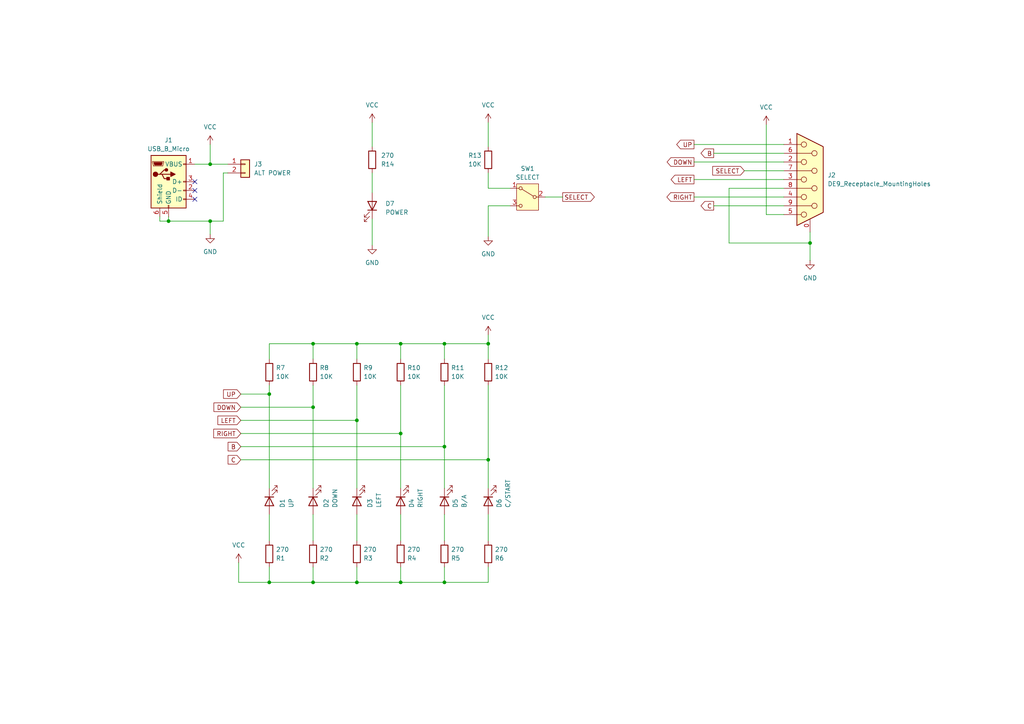
<source format=kicad_sch>
(kicad_sch (version 20231120) (generator "eeschema") (generator_version "8.0")
  (paper "A4")
  (lib_symbols
    (symbol "Connector:DE9_Receptacle_MountingHoles" (pin_names (offset 1.016) hide)
      (property "Reference" "J" (at 0 16.51 0))
      (property "Value" "DE9_Receptacle_MountingHoles" (at 0 14.605 0))
      (symbol "DE9_Receptacle_MountingHoles_0_1"
        (circle (center -1.778 -10.16) (radius 0.762))
        (circle (center -1.778 -5.08) (radius 0.762))
        (circle (center -1.778 0) (radius 0.762))
        (circle (center -1.778 5.08) (radius 0.762))
        (circle (center -1.778 10.16) (radius 0.762))
        (polyline (pts (xy -3.81 -10.16) (xy -2.54 -10.16)))
        (polyline (pts (xy -3.81 -7.62) (xy 0.508 -7.62)))
        (polyline (pts (xy -3.81 -5.08) (xy -2.54 -5.08)))
        (polyline (pts (xy -3.81 -2.54) (xy 0.508 -2.54)))
        (polyline (pts (xy -3.81 0) (xy -2.54 0)))
        (polyline (pts (xy -3.81 2.54) (xy 0.508 2.54)))
        (polyline (pts (xy -3.81 5.08) (xy -2.54 5.08)))
        (polyline (pts (xy -3.81 7.62) (xy 0.508 7.62)))
        (polyline (pts (xy -3.81 10.16) (xy -2.54 10.16)))
        (polyline (pts (xy -3.81 13.335) (xy -3.81 -13.335) (xy 3.81 -9.525) (xy 3.81 9.525) (xy -3.81 13.335)) (stroke (width 0.254)) (fill (type background)))
        (circle (center 1.27 -7.62) (radius 0.762))
        (circle (center 1.27 -2.54) (radius 0.762))
        (circle (center 1.27 2.54) (radius 0.762))
        (circle (center 1.27 7.62) (radius 0.762))
      )
      (symbol "DE9_Receptacle_MountingHoles_1_1"
        (pin passive line (at 0 -15.24 90) (length 3.81) (name "PAD") (number "0"))
        (pin passive line (at -7.62 10.16 0) (length 3.81) (name "1") (number "1"))
        (pin passive line (at -7.62 5.08 0) (length 3.81) (name "2") (number "2"))
        (pin passive line (at -7.62 0 0) (length 3.81) (name "3") (number "3"))
        (pin passive line (at -7.62 -5.08 0) (length 3.81) (name "4") (number "4"))
        (pin passive line (at -7.62 -10.16 0) (length 3.81) (name "5") (number "5"))
        (pin passive line (at -7.62 7.62 0) (length 3.81) (name "6") (number "6"))
        (pin passive line (at -7.62 2.54 0) (length 3.81) (name "7") (number "7"))
        (pin passive line (at -7.62 -2.54 0) (length 3.81) (name "8") (number "8"))
        (pin passive line (at -7.62 -7.62 0) (length 3.81) (name "9") (number "9"))
      )
    )
    (symbol "Connector:USB_B_Micro" (pin_names (offset 1.016))
      (property "Reference" "J" (at -5.08 11.43 0))
      (property "Value" "USB_B_Micro" (at -5.08 8.89 0))
      (symbol "USB_B_Micro_0_1"
        (rectangle (start -5.08 -7.62) (end 5.08 7.62) (stroke (width 0.254)) (fill (type background)))
        (circle (center -3.81 2.159) (radius 0.635) (stroke (width 0.254)) (fill (type outline)))
        (circle (center -0.635 3.429) (radius 0.381) (stroke (width 0.254)) (fill (type outline)))
        (rectangle (start -0.127 -7.62) (end 0.127 -6.858))
        (polyline (pts (xy -1.905 2.159) (xy 0.635 2.159)) (stroke (width 0.254)))
        (polyline (pts (xy -3.175 2.159) (xy -2.54 2.159) (xy -1.27 3.429) (xy -0.635 3.429)) (stroke (width 0.254)))
        (polyline (pts (xy -2.54 2.159) (xy -1.905 2.159) (xy -1.27 0.889) (xy 0 0.889)) (stroke (width 0.254)))
        (polyline (pts (xy 0.635 2.794) (xy 0.635 1.524) (xy 1.905 2.159) (xy 0.635 2.794)) (stroke (width 0.254)) (fill (type outline)))
        (polyline (pts (xy -4.318 5.588) (xy -1.778 5.588) (xy -2.032 4.826) (xy -4.064 4.826) (xy -4.318 5.588)) (fill (type outline)))
        (polyline (pts (xy -4.699 5.842) (xy -4.699 5.588) (xy -4.445 4.826) (xy -4.445 4.572) (xy -1.651 4.572) (xy -1.651 4.826) (xy -1.397 5.588) (xy -1.397 5.842) (xy -4.699 5.842)))
        (rectangle (start 0.254 1.27) (end -0.508 0.508) (stroke (width 0.254)) (fill (type outline)))
        (rectangle (start 5.08 -5.207) (end 4.318 -4.953))
        (rectangle (start 5.08 -2.667) (end 4.318 -2.413))
        (rectangle (start 5.08 -0.127) (end 4.318 0.127))
        (rectangle (start 5.08 4.953) (end 4.318 5.207))
      )
      (symbol "USB_B_Micro_1_1"
        (pin power_out line (at 7.62 5.08 180) (length 2.54) (name "VBUS") (number "1"))
        (pin bidirectional line (at 7.62 -2.54 180) (length 2.54) (name "D-") (number "2"))
        (pin bidirectional line (at 7.62 0 180) (length 2.54) (name "D+") (number "3"))
        (pin passive line (at 7.62 -5.08 180) (length 2.54) (name "ID") (number "4"))
        (pin power_out line (at 0 -10.16 90) (length 2.54) (name "GND") (number "5"))
        (pin passive line (at -2.54 -10.16 90) (length 2.54) (name "Shield") (number "6"))
      )
    )
    (symbol "Connector_Generic:Conn_01x02" (pin_names (offset 1.016) hide)
      (property "Reference" "J" (at 0 2.54 0))
      (property "Value" "Conn_01x02" (at 0 -5.08 0))
      (symbol "Conn_01x02_1_1"
        (rectangle (start -1.27 -2.413) (end 0 -2.667) (stroke (width 0.1524)))
        (rectangle (start -1.27 0.127) (end 0 -0.127) (stroke (width 0.1524)))
        (rectangle (start -1.27 1.27) (end 1.27 -3.81) (stroke (width 0.254)) (fill (type background)))
        (pin passive line (at -5.08 0 0) (length 3.81) (name "Pin_1") (number "1"))
        (pin passive line (at -5.08 -2.54 0) (length 3.81) (name "Pin_2") (number "2"))
      )
    )
    (symbol "Device:LED" (pin_numbers hide) (pin_names (offset 1.016) hide)
      (property "Reference" "D" (at 0 2.54 0))
      (property "Value" "LED" (at 0 -2.54 0))
      (symbol "LED_0_1"
        (polyline (pts (xy -1.27 -1.27) (xy -1.27 1.27)) (stroke (width 0.254)))
        (polyline (pts (xy -1.27 0) (xy 1.27 0)))
        (polyline (pts (xy 1.27 -1.27) (xy 1.27 1.27) (xy -1.27 0) (xy 1.27 -1.27)) (stroke (width 0.254)))
        (polyline (pts (xy -3.048 -0.762) (xy -4.572 -2.286) (xy -3.81 -2.286) (xy -4.572 -2.286) (xy -4.572 -1.524)))
        (polyline (pts (xy -1.778 -0.762) (xy -3.302 -2.286) (xy -2.54 -2.286) (xy -3.302 -2.286) (xy -3.302 -1.524)))
      )
      (symbol "LED_1_1"
        (pin passive line (at -3.81 0 0) (length 2.54) (name "K") (number "1"))
        (pin passive line (at 3.81 0 180) (length 2.54) (name "A") (number "2"))
      )
    )
    (symbol "Device:R" (pin_numbers hide) (pin_names (offset 0))
      (property "Reference" "R" (at 2.032 0 90))
      (property "Value" "R" (at 0 0 90))
      (symbol "R_0_1"
        (rectangle (start -1.016 -2.54) (end 1.016 2.54) (stroke (width 0.254)))
      )
      (symbol "R_1_1"
        (pin passive line (at 0 3.81 270) (length 1.27) (name "~") (number "1"))
        (pin passive line (at 0 -3.81 90) (length 1.27) (name "~") (number "2"))
      )
    )
    (symbol "Switch:SW_SPDT" (pin_names (offset 0) hide)
      (property "Reference" "SW" (at 0 5.08 0))
      (property "Value" "SW_SPDT" (at 0 -5.08 0))
      (symbol "SW_SPDT_0_1"
        (circle (center -2.032 0) (radius 0.4572))
        (polyline (pts (xy -1.651 0.254) (xy 1.651 2.286)))
        (circle (center 2.032 -2.54) (radius 0.4572))
        (circle (center 2.032 2.54) (radius 0.4572))
      )
      (symbol "SW_SPDT_1_1"
        (rectangle (start -3.175 3.81) (end 3.175 -3.81) (fill (type background)))
        (pin passive line (at 5.08 2.54 180) (length 2.54) (name "A") (number "1"))
        (pin passive line (at -5.08 0 0) (length 2.54) (name "B") (number "2"))
        (pin passive line (at 5.08 -2.54 180) (length 2.54) (name "C") (number "3"))
      )
    )
    (symbol "power:GND" (power) (pin_numbers hide) (pin_names (offset 0) hide)
      (property "Value" "GND" (at 0 -3.81 0))
      (symbol "GND_0_1"
        (polyline (pts (xy 0 0) (xy 0 -1.27) (xy 1.27 -1.27) (xy 0 -2.54) (xy -1.27 -1.27) (xy 0 -1.27)))
      )
      (symbol "GND_1_1"
        (pin power_in line (at 0 0 270) (length 0) (name "~") (number "1"))
      )
    )
    (symbol "power:VCC" (power) (pin_numbers hide) (pin_names (offset 0) hide)
      (property "Value" "VCC" (at 0 3.556 0))
      (symbol "VCC_0_1"
        (polyline (pts (xy -0.762 1.27) (xy 0 2.54)))
        (polyline (pts (xy 0 0) (xy 0 2.54)))
        (polyline (pts (xy 0 2.54) (xy 0.762 1.27)))
      )
      (symbol "VCC_1_1"
        (pin power_in line (at 0 0 90) (length 0) (name "~") (number "1"))
      )
    )
  )
  (junction (at 103.505 121.92))
  (junction (at 116.205 125.73))
  (junction (at 234.95 70.485))
  (junction (at 116.205 99.695))
  (junction (at 60.96 64.135))
  (junction (at 141.605 99.695))
  (junction (at 141.605 133.35))
  (junction (at 128.905 129.54))
  (junction (at 128.905 168.91))
  (junction (at 90.805 118.11))
  (junction (at 90.805 168.91))
  (junction (at 48.895 64.135))
  (junction (at 60.96 47.625))
  (junction (at 78.105 168.91))
  (junction (at 128.905 99.695))
  (junction (at 116.205 168.91))
  (junction (at 103.505 99.695))
  (junction (at 103.505 168.91))
  (junction (at 78.105 114.3))
  (junction (at 90.805 99.695))
  (no_connect (at 56.515 55.245))
  (no_connect (at 56.515 52.705))
  (no_connect (at 56.515 57.785))
  (wire (pts (xy 141.605 156.845) (xy 141.605 149.225)))
  (wire (pts (xy 201.295 57.15) (xy 227.33 57.15)))
  (wire (pts (xy 147.955 59.69) (xy 141.605 59.69)))
  (wire (pts (xy 141.605 168.91) (xy 141.605 164.465)))
  (wire (pts (xy 90.805 156.845) (xy 90.805 149.225)))
  (wire (pts (xy 69.215 168.91) (xy 78.105 168.91)))
  (wire (pts (xy 207.01 44.45) (xy 227.33 44.45)))
  (wire (pts (xy 69.85 118.11) (xy 90.805 118.11)))
  (wire (pts (xy 90.805 118.11) (xy 90.805 111.76)))
  (wire (pts (xy 103.505 121.92) (xy 103.505 111.76)))
  (wire (pts (xy 211.455 54.61) (xy 211.455 70.485)))
  (wire (pts (xy 201.295 46.99) (xy 227.33 46.99)))
  (wire (pts (xy 141.605 59.69) (xy 141.605 68.58)))
  (wire (pts (xy 141.605 99.695) (xy 141.605 104.14)))
  (wire (pts (xy 78.105 168.91) (xy 78.105 164.465)))
  (wire (pts (xy 69.85 114.3) (xy 78.105 114.3)))
  (wire (pts (xy 141.605 50.165) (xy 141.605 54.61)))
  (wire (pts (xy 107.95 63.5) (xy 107.95 71.12)))
  (wire (pts (xy 90.805 168.91) (xy 90.805 164.465)))
  (wire (pts (xy 48.895 62.865) (xy 48.895 64.135)))
  (wire (pts (xy 116.205 125.73) (xy 116.205 141.605)))
  (wire (pts (xy 78.105 168.91) (xy 90.805 168.91)))
  (wire (pts (xy 128.905 99.695) (xy 128.905 104.14)))
  (wire (pts (xy 103.505 168.91) (xy 116.205 168.91)))
  (wire (pts (xy 103.505 168.91) (xy 103.505 164.465)))
  (wire (pts (xy 60.96 47.625) (xy 66.04 47.625)))
  (wire (pts (xy 90.805 118.11) (xy 90.805 141.605)))
  (wire (pts (xy 128.905 99.695) (xy 116.205 99.695)))
  (wire (pts (xy 103.505 121.92) (xy 103.505 141.605)))
  (wire (pts (xy 90.805 99.695) (xy 78.105 99.695)))
  (wire (pts (xy 128.905 129.54) (xy 128.905 111.76)))
  (wire (pts (xy 116.205 99.695) (xy 103.505 99.695)))
  (wire (pts (xy 69.85 125.73) (xy 116.205 125.73)))
  (wire (pts (xy 141.605 133.35) (xy 141.605 111.76)))
  (wire (pts (xy 107.95 35.56) (xy 107.95 42.545)))
  (wire (pts (xy 222.25 36.195) (xy 222.25 62.23)))
  (wire (pts (xy 46.355 62.865) (xy 46.355 64.135)))
  (wire (pts (xy 60.96 64.135) (xy 60.96 67.945)))
  (wire (pts (xy 201.295 41.91) (xy 227.33 41.91)))
  (wire (pts (xy 234.95 67.31) (xy 234.95 70.485)))
  (wire (pts (xy 222.25 62.23) (xy 227.33 62.23)))
  (wire (pts (xy 116.205 168.91) (xy 128.905 168.91)))
  (wire (pts (xy 141.605 97.155) (xy 141.605 99.695)))
  (wire (pts (xy 158.115 57.15) (xy 163.195 57.15)))
  (wire (pts (xy 128.905 129.54) (xy 128.905 141.605)))
  (wire (pts (xy 128.905 168.91) (xy 128.905 164.465)))
  (wire (pts (xy 103.505 156.845) (xy 103.505 149.225)))
  (wire (pts (xy 78.105 99.695) (xy 78.105 104.14)))
  (wire (pts (xy 141.605 99.695) (xy 128.905 99.695)))
  (wire (pts (xy 69.85 129.54) (xy 128.905 129.54)))
  (wire (pts (xy 116.205 99.695) (xy 116.205 104.14)))
  (wire (pts (xy 141.605 35.56) (xy 141.605 42.545)))
  (wire (pts (xy 141.605 54.61) (xy 147.955 54.61)))
  (wire (pts (xy 46.355 64.135) (xy 48.895 64.135)))
  (wire (pts (xy 60.96 64.135) (xy 64.77 64.135)))
  (wire (pts (xy 103.505 99.695) (xy 103.505 104.14)))
  (wire (pts (xy 141.605 168.91) (xy 128.905 168.91)))
  (wire (pts (xy 78.105 156.845) (xy 78.105 149.225)))
  (wire (pts (xy 211.455 70.485) (xy 234.95 70.485)))
  (wire (pts (xy 78.105 114.3) (xy 78.105 111.76)))
  (wire (pts (xy 116.205 125.73) (xy 116.205 111.76)))
  (wire (pts (xy 69.85 133.35) (xy 141.605 133.35)))
  (wire (pts (xy 207.01 59.69) (xy 227.33 59.69)))
  (wire (pts (xy 78.105 114.3) (xy 78.105 141.605)))
  (wire (pts (xy 90.805 99.695) (xy 90.805 104.14)))
  (wire (pts (xy 60.96 64.135) (xy 48.895 64.135)))
  (wire (pts (xy 90.805 168.91) (xy 103.505 168.91)))
  (wire (pts (xy 69.85 121.92) (xy 103.505 121.92)))
  (wire (pts (xy 60.96 47.625) (xy 60.96 41.91)))
  (wire (pts (xy 69.215 163.195) (xy 69.215 168.91)))
  (wire (pts (xy 141.605 133.35) (xy 141.605 141.605)))
  (wire (pts (xy 107.95 55.88) (xy 107.95 50.165)))
  (wire (pts (xy 64.77 50.165) (xy 64.77 64.135)))
  (wire (pts (xy 201.295 52.07) (xy 227.33 52.07)))
  (wire (pts (xy 116.205 156.845) (xy 116.205 149.225)))
  (wire (pts (xy 116.205 168.91) (xy 116.205 164.465)))
  (wire (pts (xy 56.515 47.625) (xy 60.96 47.625)))
  (wire (pts (xy 103.505 99.695) (xy 90.805 99.695)))
  (wire (pts (xy 128.905 156.845) (xy 128.905 149.225)))
  (wire (pts (xy 64.77 50.165) (xy 66.04 50.165)))
  (wire (pts (xy 234.95 70.485) (xy 234.95 75.565)))
  (wire (pts (xy 227.33 54.61) (xy 211.455 54.61)))
  (wire (pts (xy 215.9 49.53) (xy 227.33 49.53)))
  (global_label "DOWN" (shape input) (at 69.85 118.11 180) (property "Intersheetrefs" "${INTERSHEET_REFS}" (effects (hide yes))))
  (global_label "C" (shape output) (at 207.01 59.69 180) (property "Intersheetrefs" "${INTERSHEET_REFS}" (effects (hide yes))))
  (global_label "C" (shape input) (at 69.85 133.35 180) (property "Intersheetrefs" "${INTERSHEET_REFS}" (effects (hide yes))))
  (global_label "SELECT" (shape input) (at 215.9 49.53 180) (property "Intersheetrefs" "${INTERSHEET_REFS}" (effects (hide yes))))
  (global_label "LEFT" (shape output) (at 201.295 52.07 180) (property "Intersheetrefs" "${INTERSHEET_REFS}" (effects (hide yes))))
  (global_label "B" (shape input) (at 69.85 129.54 180) (property "Intersheetrefs" "${INTERSHEET_REFS}" (effects (hide yes))))
  (global_label "B" (shape output) (at 207.01 44.45 180) (property "Intersheetrefs" "${INTERSHEET_REFS}" (effects (hide yes))))
  (global_label "UP" (shape input) (at 69.85 114.3 180) (property "Intersheetrefs" "${INTERSHEET_REFS}" (effects (hide yes))))
  (global_label "SELECT" (shape output) (at 163.195 57.15 0) (property "Intersheetrefs" "${INTERSHEET_REFS}" (effects (hide yes))))
  (global_label "RIGHT" (shape input) (at 69.85 125.73 180) (property "Intersheetrefs" "${INTERSHEET_REFS}" (effects (hide yes))))
  (global_label "DOWN" (shape output) (at 201.295 46.99 180) (property "Intersheetrefs" "${INTERSHEET_REFS}" (effects (hide yes))))
  (global_label "UP" (shape output) (at 201.295 41.91 180) (property "Intersheetrefs" "${INTERSHEET_REFS}" (effects (hide yes))))
  (global_label "RIGHT" (shape output) (at 201.295 57.15 180) (property "Intersheetrefs" "${INTERSHEET_REFS}" (effects (hide yes))))
  (global_label "LEFT" (shape input) (at 69.85 121.92 180) (property "Intersheetrefs" "${INTERSHEET_REFS}" (effects (hide yes))))
  (symbol (lib_id "Device:R") (at 103.505 107.95 180) (unit 1)
    (property "Reference" "R9" (at 105.41 106.6799 0) (effects (justify right)))
    (property "Value" "10K" (at 105.41 109.2199 0) (effects (justify right)))
    (property "Footprint" "MegaDrivePadTest_Library:R_Combo" (effects (hide yes)))
    (property "Description" "Resistor" (effects (hide yes)))
  )
  (symbol (lib_id "power:GND") (at 107.95 71.12 0) (unit 1)
    (property "Reference" "#PWR010" (effects (hide yes)))
    (property "Value" "GND" (at 107.95 76.2 0))
    (property "Description" "Power symbol creates a global label with name \"GND\" , ground" (effects (hide yes)))
  )
  (symbol (lib_id "Device:R") (at 103.505 160.655 0) (mirror y) (unit 1)
    (property "Reference" "R3" (at 105.41 161.9251 0) (effects (justify right)))
    (property "Value" "270" (at 105.41 159.3851 0) (effects (justify right)))
    (property "Footprint" "MegaDrivePadTest_Library:R_Combo" (effects (hide yes)))
    (property "Description" "Resistor" (effects (hide yes)))
  )
  (symbol (lib_id "power:VCC") (at 141.605 35.56 0) (unit 1)
    (property "Reference" "#PWR05" (effects (hide yes)))
    (property "Value" "VCC" (at 141.605 30.48 0))
    (property "Description" "Power symbol creates a global label with name \"VCC\"" (effects (hide yes)))
  )
  (symbol (lib_id "Device:LED") (at 90.805 145.415 90) (mirror x) (unit 1)
    (property "Reference" "D2" (at 94.615 147.32 0) (effects (justify right)))
    (property "Value" "DOWN" (at 97.155 147.32 0) (effects (justify right)))
    (property "Footprint" "LED_THT:LED_D5.0mm" (effects (hide yes)))
    (property "Description" "Light emitting diode" (effects (hide yes)))
  )
  (symbol (lib_id "power:VCC") (at 60.96 41.91 0) (unit 1)
    (property "Reference" "#PWR07" (effects (hide yes)))
    (property "Value" "VCC" (at 60.96 36.83 0))
    (property "Description" "Power symbol creates a global label with name \"VCC\"" (effects (hide yes)))
  )
  (symbol (lib_id "power:VCC") (at 69.215 163.195 0) (unit 1)
    (property "Reference" "#PWR02" (effects (hide yes)))
    (property "Value" "VCC" (at 69.215 158.115 0))
    (property "Description" "Power symbol creates a global label with name \"VCC\"" (effects (hide yes)))
  )
  (symbol (lib_id "Device:R") (at 141.605 46.355 0) (mirror x) (unit 1)
    (property "Reference" "R13" (at 139.7 45.0849 0) (effects (justify right)))
    (property "Value" "10K" (at 139.7 47.6249 0) (effects (justify right)))
    (property "Footprint" "MegaDrivePadTest_Library:R_Combo" (effects (hide yes)))
    (property "Description" "Resistor" (effects (hide yes)))
  )
  (symbol (lib_id "Connector:USB_B_Micro") (at 48.895 52.705 0) (unit 1)
    (property "Reference" "J1" (at 48.895 40.64 0))
    (property "Value" "USB_B_Micro" (at 48.895 43.18 0))
    (property "Footprint" "Connector_USB:USB_Micro-B_Amphenol_10103594-0001LF_Horizontal" (effects (hide yes)))
    (property "Description" "USB Micro Type B connector" (effects (hide yes)))
  )
  (symbol (lib_id "Connector_Generic:Conn_01x02") (at 71.12 47.625 0) (unit 1)
    (property "Reference" "J3" (at 73.66 47.6249 0) (effects (justify left)))
    (property "Value" "ALT POWER" (at 73.66 50.1649 0) (effects (justify left)))
    (property "Footprint" "Connector_PinHeader_2.54mm:PinHeader_1x02_P2.54mm_Vertical" (effects (hide yes)))
    (property "Description" "Generic connector, single row, 01x02, script generated (kicad-library-utils/schlib/autogen/connector/)" (effects (hide yes)))
  )
  (symbol (lib_id "Device:R") (at 141.605 160.655 0) (mirror y) (unit 1)
    (property "Reference" "R6" (at 143.51 161.9251 0) (effects (justify right)))
    (property "Value" "270" (at 143.51 159.3851 0) (effects (justify right)))
    (property "Footprint" "MegaDrivePadTest_Library:R_Combo" (effects (hide yes)))
    (property "Description" "Resistor" (effects (hide yes)))
  )
  (symbol (lib_id "Connector:DE9_Receptacle_MountingHoles") (at 234.95 52.07 0) (unit 1)
    (property "Reference" "J2" (at 240.03 50.7999 0) (effects (justify left)))
    (property "Value" "DE9_Receptacle_MountingHoles" (at 240.03 53.3399 0) (effects (justify left)))
    (property "Footprint" "Connector_Dsub:DSUB-9_Male_Horizontal_P2.77x2.84mm_EdgePinOffset4.94mm_Housed_MountingHolesOffset7.48mm" (effects (hide yes)))
    (property "Description" "9-pin female receptacle socket D-SUB connector, Mounting Hole" (effects (hide yes)))
  )
  (symbol (lib_id "Device:R") (at 90.805 160.655 0) (mirror y) (unit 1)
    (property "Reference" "R2" (at 92.71 161.9251 0) (effects (justify right)))
    (property "Value" "270" (at 92.71 159.3851 0) (effects (justify right)))
    (property "Footprint" "MegaDrivePadTest_Library:R_Combo" (effects (hide yes)))
    (property "Description" "Resistor" (effects (hide yes)))
  )
  (symbol (lib_id "Device:R") (at 90.805 107.95 180) (unit 1)
    (property "Reference" "R8" (at 92.71 106.6799 0) (effects (justify right)))
    (property "Value" "10K" (at 92.71 109.2199 0) (effects (justify right)))
    (property "Footprint" "MegaDrivePadTest_Library:R_Combo" (effects (hide yes)))
    (property "Description" "Resistor" (effects (hide yes)))
  )
  (symbol (lib_id "Device:LED") (at 78.105 145.415 90) (mirror x) (unit 1)
    (property "Reference" "D1" (at 81.915 147.32 0) (effects (justify right)))
    (property "Value" "UP" (at 84.455 147.32 0) (effects (justify right)))
    (property "Footprint" "LED_THT:LED_D5.0mm" (effects (hide yes)))
    (property "Description" "Light emitting diode" (effects (hide yes)))
  )
  (symbol (lib_id "Device:R") (at 141.605 107.95 180) (unit 1)
    (property "Reference" "R12" (at 143.51 106.6799 0) (effects (justify right)))
    (property "Value" "10K" (at 143.51 109.2199 0) (effects (justify right)))
    (property "Footprint" "MegaDrivePadTest_Library:R_Combo" (effects (hide yes)))
    (property "Description" "Resistor" (effects (hide yes)))
  )
  (symbol (lib_id "Device:LED") (at 128.905 145.415 90) (mirror x) (unit 1)
    (property "Reference" "D5" (at 132.08 147.32 0) (effects (justify right)))
    (property "Value" "B/A" (at 134.62 147.32 0) (effects (justify right)))
    (property "Footprint" "LED_THT:LED_D5.0mm" (effects (hide yes)))
    (property "Description" "Light emitting diode" (effects (hide yes)))
  )
  (symbol (lib_id "Device:R") (at 116.205 160.655 0) (mirror y) (unit 1)
    (property "Reference" "R4" (at 118.11 161.9251 0) (effects (justify right)))
    (property "Value" "270" (at 118.11 159.3851 0) (effects (justify right)))
    (property "Footprint" "MegaDrivePadTest_Library:R_Combo" (effects (hide yes)))
    (property "Description" "Resistor" (effects (hide yes)))
  )
  (symbol (lib_id "power:GND") (at 234.95 75.565 0) (unit 1)
    (property "Reference" "#PWR03" (effects (hide yes)))
    (property "Value" "GND" (at 234.95 80.645 0))
    (property "Description" "Power symbol creates a global label with name \"GND\" , ground" (effects (hide yes)))
  )
  (symbol (lib_id "Device:R") (at 116.205 107.95 180) (unit 1)
    (property "Reference" "R10" (at 118.11 106.6799 0) (effects (justify right)))
    (property "Value" "10K" (at 118.11 109.2199 0) (effects (justify right)))
    (property "Footprint" "MegaDrivePadTest_Library:R_Combo" (effects (hide yes)))
    (property "Description" "Resistor" (effects (hide yes)))
  )
  (symbol (lib_id "Device:LED") (at 141.605 145.415 90) (mirror x) (unit 1)
    (property "Reference" "D6" (at 144.78 147.32 0) (effects (justify right)))
    (property "Value" "C/START" (at 147.32 147.32 0) (effects (justify right)))
    (property "Footprint" "LED_THT:LED_D5.0mm" (effects (hide yes)))
    (property "Description" "Light emitting diode" (effects (hide yes)))
  )
  (symbol (lib_id "Device:LED") (at 103.505 145.415 90) (mirror x) (unit 1)
    (property "Reference" "D3" (at 107.315 147.32 0) (effects (justify right)))
    (property "Value" "LEFT" (at 109.855 147.32 0) (effects (justify right)))
    (property "Footprint" "LED_THT:LED_D5.0mm" (effects (hide yes)))
    (property "Description" "Light emitting diode" (effects (hide yes)))
  )
  (symbol (lib_id "Device:R") (at 78.105 107.95 180) (unit 1)
    (property "Reference" "R7" (at 80.01 106.6799 0) (effects (justify right)))
    (property "Value" "10K" (at 80.01 109.2199 0) (effects (justify right)))
    (property "Footprint" "MegaDrivePadTest_Library:R_Combo" (effects (hide yes)))
    (property "Description" "Resistor" (effects (hide yes)))
  )
  (symbol (lib_id "power:VCC") (at 222.25 36.195 0) (mirror y) (unit 1)
    (property "Reference" "#PWR04" (effects (hide yes)))
    (property "Value" "VCC" (at 222.25 31.115 0))
    (property "Description" "Power symbol creates a global label with name \"VCC\"" (effects (hide yes)))
  )
  (symbol (lib_id "power:VCC") (at 107.95 35.56 0) (unit 1)
    (property "Reference" "#PWR09" (effects (hide yes)))
    (property "Value" "VCC" (at 107.95 30.48 0))
    (property "Description" "Power symbol creates a global label with name \"VCC\"" (effects (hide yes)))
  )
  (symbol (lib_id "power:GND") (at 60.96 67.945 0) (unit 1)
    (property "Reference" "#PWR08" (effects (hide yes)))
    (property "Value" "GND" (at 60.96 73.025 0))
    (property "Description" "Power symbol creates a global label with name \"GND\" , ground" (effects (hide yes)))
  )
  (symbol (lib_id "Device:LED") (at 116.205 145.415 90) (mirror x) (unit 1)
    (property "Reference" "D4" (at 119.38 147.32 0) (effects (justify right)))
    (property "Value" "RIGHT" (at 121.92 147.32 0) (effects (justify right)))
    (property "Footprint" "LED_THT:LED_D5.0mm" (effects (hide yes)))
    (property "Description" "Light emitting diode" (effects (hide yes)))
  )
  (symbol (lib_id "power:GND") (at 141.605 68.58 0) (unit 1)
    (property "Reference" "#PWR06" (effects (hide yes)))
    (property "Value" "GND" (at 141.605 73.66 0))
    (property "Description" "Power symbol creates a global label with name \"GND\" , ground" (effects (hide yes)))
  )
  (symbol (lib_id "Device:LED") (at 107.95 59.69 270) (mirror x) (unit 1)
    (property "Reference" "D7" (at 111.76 59.055 90) (effects (justify left)))
    (property "Value" "POWER" (at 111.76 61.595 90) (effects (justify left)))
    (property "Footprint" "LED_THT:LED_D5.0mm" (effects (hide yes)))
    (property "Description" "Light emitting diode" (effects (hide yes)))
  )
  (symbol (lib_id "Switch:SW_SPDT") (at 153.035 57.15 0) (mirror y) (unit 1)
    (property "Reference" "SW1" (at 153.035 48.895 0))
    (property "Value" "SELECT" (at 153.035 51.435 0))
    (property "Footprint" "MegaDrivePadTest_Library:Switch" (effects (hide yes)))
    (property "Description" "Switch, single pole double throw" (effects (hide yes)))
  )
  (symbol (lib_id "power:VCC") (at 141.605 97.155 0) (mirror y) (unit 1)
    (property "Reference" "#PWR01" (effects (hide yes)))
    (property "Value" "VCC" (at 141.605 92.075 0))
    (property "Description" "Power symbol creates a global label with name \"VCC\"" (effects (hide yes)))
  )
  (symbol (lib_id "Device:R") (at 128.905 160.655 0) (mirror y) (unit 1)
    (property "Reference" "R5" (at 130.81 161.9251 0) (effects (justify right)))
    (property "Value" "270" (at 130.81 159.3851 0) (effects (justify right)))
    (property "Footprint" "MegaDrivePadTest_Library:R_Combo" (effects (hide yes)))
    (property "Description" "Resistor" (effects (hide yes)))
  )
  (symbol (lib_id "Device:R") (at 78.105 160.655 0) (mirror y) (unit 1)
    (property "Reference" "R1" (at 80.01 161.9251 0) (effects (justify right)))
    (property "Value" "270" (at 80.01 159.3851 0) (effects (justify right)))
    (property "Footprint" "MegaDrivePadTest_Library:R_Combo" (effects (hide yes)))
    (property "Description" "Resistor" (effects (hide yes)))
  )
  (symbol (lib_id "Device:R") (at 107.95 46.355 180) (unit 1)
    (property "Reference" "R14" (at 110.49 47.6251 0) (effects (justify right)))
    (property "Value" "270" (at 110.49 45.0851 0) (effects (justify right)))
    (property "Footprint" "MegaDrivePadTest_Library:R_Combo" (effects (hide yes)))
    (property "Description" "Resistor" (effects (hide yes)))
  )
  (symbol (lib_id "Device:R") (at 128.905 107.95 180) (unit 1)
    (property "Reference" "R11" (at 130.81 106.6799 0) (effects (justify right)))
    (property "Value" "10K" (at 130.81 109.2199 0) (effects (justify right)))
    (property "Footprint" "MegaDrivePadTest_Library:R_Combo" (effects (hide yes)))
    (property "Description" "Resistor" (effects (hide yes)))
  )
)
</source>
